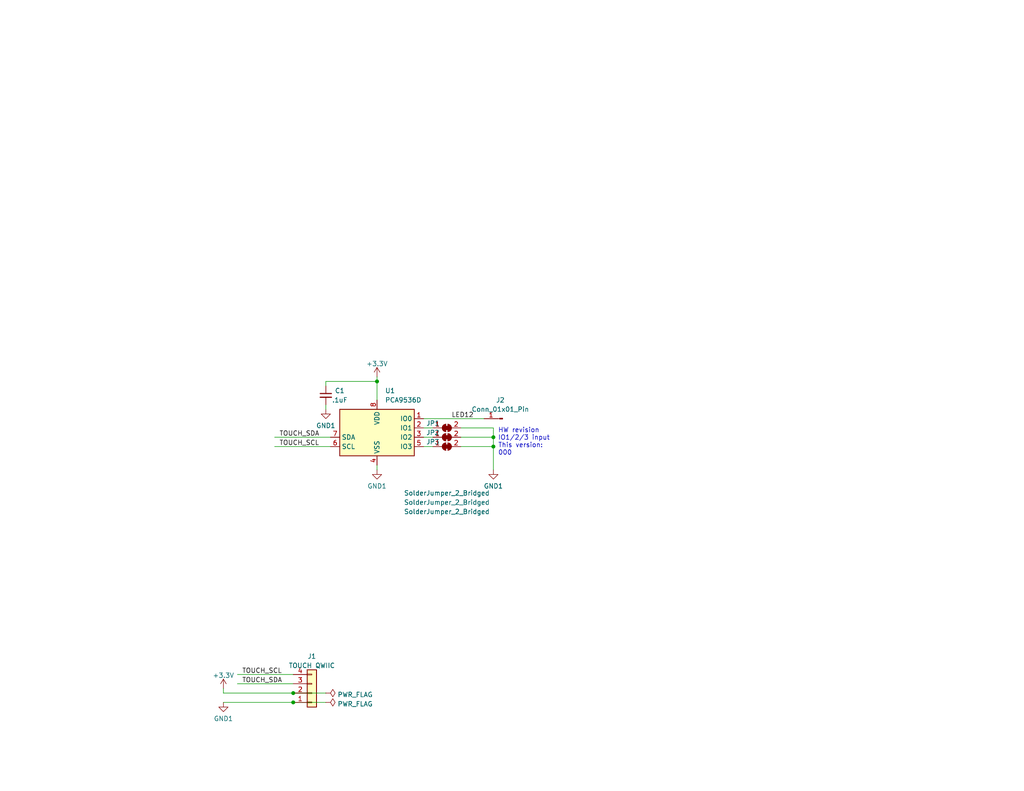
<source format=kicad_sch>
(kicad_sch (version 20230121) (generator eeschema)
  (paper "USLetter")
  (title_block (rev "1") (comment 1 "Design for OSHPark 4-Layer Service"))
  (lib_symbols
    (symbol "Connector:Conn_01x01_Pin" (pin_names (offset 1.016) hide)
      (property "Reference" "J" (at 0 2.54 0))
      (property "Value" "Conn_01x01_Pin" (at 0 -2.54 0))
      (symbol "Conn_01x01_Pin_1_1"
        (polyline (pts (xy 1.27 0) (xy 0.8636 0)) (stroke (width 0.1524)))
        (rectangle (start 0.8636 0.127) (end 0 -0.127) (stroke (width 0.1524)) (fill (type outline)))
        (pin passive line (at 5.08 0 180) (length 3.81) (name "Pin_1") (number "1"))
      )
    )
    (symbol "Connector_Generic:Conn_01x04" (pin_names (offset 1.016) hide)
      (property "Reference" "J" (at 0 5.08 0))
      (property "Value" "Conn_01x04" (at 0 -7.62 0))
      (symbol "Conn_01x04_1_1"
        (rectangle (start -1.27 -4.953) (end 0 -5.207) (stroke (width 0.1524)))
        (rectangle (start -1.27 -2.413) (end 0 -2.667) (stroke (width 0.1524)))
        (rectangle (start -1.27 0.127) (end 0 -0.127) (stroke (width 0.1524)))
        (rectangle (start -1.27 2.667) (end 0 2.413) (stroke (width 0.1524)))
        (rectangle (start -1.27 3.81) (end 1.27 -6.35) (stroke (width 0.254)) (fill (type background)))
        (pin passive line (at -5.08 2.54 0) (length 3.81) (name "Pin_1") (number "1"))
        (pin passive line (at -5.08 0 0) (length 3.81) (name "Pin_2") (number "2"))
        (pin passive line (at -5.08 -2.54 0) (length 3.81) (name "Pin_3") (number "3"))
        (pin passive line (at -5.08 -5.08 0) (length 3.81) (name "Pin_4") (number "4"))
      )
    )
    (symbol "Device:C_Small" (pin_numbers hide) (pin_names (offset 0.254) hide)
      (property "Reference" "C" (at 0.254 1.778 0))
      (property "Value" "C_Small" (at 0.254 -2.032 0))
      (symbol "C_Small_0_1"
        (polyline (pts (xy -1.524 -0.508) (xy 1.524 -0.508)) (stroke (width 0.3302)))
        (polyline (pts (xy -1.524 0.508) (xy 1.524 0.508)) (stroke (width 0.3048)))
      )
      (symbol "C_Small_1_1"
        (pin passive line (at 0 2.54 270) (length 2.032) (name "~") (number "1"))
        (pin passive line (at 0 -2.54 90) (length 2.032) (name "~") (number "2"))
      )
    )
    (symbol "Interface_Expansion:PCA9536D"
      (property "Reference" "U" (at -8.89 6.35 0))
      (property "Value" "PCA9536D" (at 6.35 6.35 0))
      (symbol "PCA9536D_0_1"
        (rectangle (start -10.16 5.08) (end 10.16 -7.62) (stroke (width 0.254)) (fill (type background)))
      )
      (symbol "PCA9536D_1_1"
        (pin bidirectional line (at 12.7 2.54 180) (length 2.54) (name "IO0") (number "1"))
        (pin bidirectional line (at 12.7 0 180) (length 2.54) (name "IO1") (number "2"))
        (pin bidirectional line (at 12.7 -2.54 180) (length 2.54) (name "IO2") (number "3"))
        (pin power_in line (at 0 -10.16 90) (length 2.54) (name "VSS") (number "4"))
        (pin bidirectional line (at 12.7 -5.08 180) (length 2.54) (name "IO3") (number "5"))
        (pin input line (at -12.7 -5.08 0) (length 2.54) (name "SCL") (number "6"))
        (pin bidirectional line (at -12.7 -2.54 0) (length 2.54) (name "SDA") (number "7"))
        (pin power_in line (at 0 7.62 270) (length 2.54) (name "VDD") (number "8"))
      )
    )
    (symbol "Jumper:SolderJumper_2_Bridged" (pin_names (offset 0) hide)
      (property "Reference" "JP" (at 0 2.032 0))
      (property "Value" "SolderJumper_2_Bridged" (at 0 -2.54 0))
      (symbol "SolderJumper_2_Bridged_0_1"
        (rectangle (start -0.508 0.508) (end 0.508 -0.508) (fill (type outline)))
        (arc (start -0.254 1.016) (mid -1.2656 0) (end -0.254 -1.016))
        (arc (start -0.254 1.016) (mid -1.2656 0) (end -0.254 -1.016) (fill (type outline)))
        (polyline (pts (xy -0.254 1.016) (xy -0.254 -1.016)))
        (polyline (pts (xy 0.254 1.016) (xy 0.254 -1.016)))
        (arc (start 0.254 -1.016) (mid 1.2656 0) (end 0.254 1.016))
        (arc (start 0.254 -1.016) (mid 1.2656 0) (end 0.254 1.016) (fill (type outline)))
      )
      (symbol "SolderJumper_2_Bridged_1_1"
        (pin passive line (at -3.81 0 0) (length 2.54) (name "A") (number "1"))
        (pin passive line (at 3.81 0 180) (length 2.54) (name "B") (number "2"))
      )
    )
    (symbol "power:+3.3V" (power) (pin_names (offset 0))
      (property "Value" "+3.3V" (at 0 3.556 0))
      (symbol "+3.3V_0_1"
        (polyline (pts (xy -0.762 1.27) (xy 0 2.54)))
        (polyline (pts (xy 0 0) (xy 0 2.54)))
        (polyline (pts (xy 0 2.54) (xy 0.762 1.27)))
      )
      (symbol "+3.3V_1_1"
        (pin power_in line (at 0 0 90) (length 0) hide (name "+3.3V") (number "1"))
      )
    )
    (symbol "power:GND1" (power) (pin_names (offset 0))
      (property "Value" "GND1" (at 0 -3.81 0))
      (symbol "GND1_0_1"
        (polyline (pts (xy 0 0) (xy 0 -1.27) (xy 1.27 -1.27) (xy 0 -2.54) (xy -1.27 -1.27) (xy 0 -1.27)))
      )
      (symbol "GND1_1_1"
        (pin power_in line (at 0 0 270) (length 0) hide (name "GND1") (number "1"))
      )
    )
    (symbol "power:PWR_FLAG" (power) (pin_numbers hide) (pin_names (offset 0) hide)
      (property "Value" "PWR_FLAG" (at 0 3.81 0))
      (symbol "PWR_FLAG_0_0"
        (pin power_out line (at 0 0 90) (length 0) (name "pwr") (number "1"))
      )
      (symbol "PWR_FLAG_0_1"
        (polyline (pts (xy 0 0) (xy 0 1.27) (xy -1.016 1.905) (xy 0 2.54) (xy 1.016 1.905) (xy 0 1.27)))
      )
    )
  )
  (junction (at 80.01 189.23))
  (junction (at 80.01 191.77))
  (junction (at 102.87 104.14))
  (junction (at 134.62 121.92))
  (junction (at 134.62 119.38))
  (wire (pts (xy 134.62 116.84) (xy 125.73 116.84)))
  (wire (pts (xy 115.57 119.38) (xy 118.11 119.38)))
  (wire (pts (xy 80.01 186.69) (xy 64.77 186.69)))
  (wire (pts (xy 60.96 189.23) (xy 80.01 189.23)))
  (wire (pts (xy 134.62 121.92) (xy 134.62 119.38)))
  (wire (pts (xy 88.9 110.49) (xy 88.9 111.76)))
  (wire (pts (xy 74.93 121.92) (xy 90.17 121.92)))
  (wire (pts (xy 134.62 119.38) (xy 134.62 116.84)))
  (wire (pts (xy 60.96 191.77) (xy 80.01 191.77)))
  (wire (pts (xy 90.17 119.38) (xy 74.93 119.38)))
  (wire (pts (xy 80.01 191.77) (xy 88.9 191.77)))
  (wire (pts (xy 80.01 189.23) (xy 88.9 189.23)))
  (wire (pts (xy 88.9 105.41) (xy 88.9 104.14)))
  (wire (pts (xy 102.87 104.14) (xy 102.87 109.22)))
  (wire (pts (xy 115.57 116.84) (xy 118.11 116.84)))
  (wire (pts (xy 115.57 114.3) (xy 132.08 114.3)))
  (wire (pts (xy 115.57 121.92) (xy 118.11 121.92)))
  (wire (pts (xy 102.87 128.27) (xy 102.87 127)))
  (wire (pts (xy 60.96 187.96) (xy 60.96 189.23)))
  (wire (pts (xy 88.9 104.14) (xy 102.87 104.14)))
  (wire (pts (xy 125.73 121.92) (xy 134.62 121.92)))
  (wire (pts (xy 102.87 102.87) (xy 102.87 104.14)))
  (wire (pts (xy 125.73 119.38) (xy 134.62 119.38)))
  (wire (pts (xy 64.77 184.15) (xy 80.01 184.15)))
  (wire (pts (xy 134.62 128.27) (xy 134.62 121.92)))
  (text "HW revision\nIO1/2/3 input\nThis version:\n000" (at 135.89 124.46 0) (effects (font (size 1.27 1.27)) (justify left bottom)))
  (label "TOUCH_SDA" (at 76.2 119.38 0))
  (label "TOUCH_SCL" (at 76.2 121.92 0))
  (label "TOUCH_SCL" (at 66.04 184.15 0))
  (label "LED12" (at 123.19 114.3 0))
  (label "TOUCH_SDA" (at 66.04 186.69 0))
  (symbol (lib_id "power:+3.3V") (at 102.87 102.87 0) (mirror y) (unit 1)
    (property "Reference" "#PWR04" (effects hide))
    (property "Value" "+3.3V" (at 102.87 99.314 0))
  )
  (symbol (lib_id "Jumper:SolderJumper_2_Bridged") (at 121.92 119.38 0) (unit 1)
    (property "Reference" "JP2" (at 118.11 118.11 0))
    (property "Value" "SolderJumper_2_Bridged" (at 121.92 137.16 0))
    (property "Footprint" "Jumper:SolderJumper-2_P1.3mm_Bridged_Pad1.0x1.5mm" (effects hide))
  )
  (symbol (lib_id "Device:C_Small") (at 88.9 107.95 0) (unit 1)
    (property "Reference" "C1" (at 92.71 106.68 0))
    (property "Value" ".1uF" (at 92.71 109.22 0))
    (property "Footprint" "Capacitor_SMD:C_0805_2012Metric_Pad1.18x1.45mm_HandSolder" (effects hide))
    (property "LCSC" "C138340" (effects hide))
  )
  (symbol (lib_id "Connector_Generic:Conn_01x04") (at 85.09 189.23 0) (mirror x) (unit 1)
    (property "Reference" "J1" (at 85.09 179.1802 0))
    (property "Value" "TOUCH QWIIC" (at 85.09 181.7171 0))
    (property "Footprint" "Transflective:JST-SH-4-VERT-SMD" (effects hide))
    (property "Datasheet" "https://www.jst-mfg.com/product/pdf/eng/eSH.pdf" (effects hide))
    (property "LCSC" "C160390" (effects hide))
  )
  (symbol (lib_id "Jumper:SolderJumper_2_Bridged") (at 121.92 116.84 0) (unit 1)
    (property "Reference" "JP1" (at 118.11 115.57 0))
    (property "Value" "SolderJumper_2_Bridged" (at 121.92 134.62 0))
    (property "Footprint" "Jumper:SolderJumper-2_P1.3mm_Bridged_Pad1.0x1.5mm" (effects hide))
  )
  (symbol (lib_id "Jumper:SolderJumper_2_Bridged") (at 121.92 121.92 0) (unit 1)
    (property "Reference" "JP3" (at 118.11 120.65 0))
    (property "Value" "SolderJumper_2_Bridged" (at 121.92 139.7 0))
    (property "Footprint" "Jumper:SolderJumper-2_P1.3mm_Bridged_Pad1.0x1.5mm" (effects hide))
  )
  (symbol (lib_id "power:GND1") (at 60.96 191.77 0) (unit 1)
    (property "Reference" "#PWR02" (effects hide))
    (property "Value" "GND1" (at 60.96 196.2134 0))
  )
  (symbol (lib_id "power:PWR_FLAG") (at 88.9 191.77 270) (unit 1)
    (property "Reference" "#FLG02" (effects hide))
    (property "Value" "PWR_FLAG" (at 92.075 192.2038 90) (effects (justify left)))
  )
  (symbol (lib_id "power:+3.3V") (at 60.96 187.96 0) (mirror y) (unit 1)
    (property "Reference" "#PWR01" (effects hide))
    (property "Value" "+3.3V" (at 60.96 184.404 0))
  )
  (symbol (lib_id "power:GND1") (at 102.87 128.27 0) (unit 1)
    (property "Reference" "#PWR05" (effects hide))
    (property "Value" "GND1" (at 102.87 132.7134 0))
  )
  (symbol (lib_id "Connector:Conn_01x01_Pin") (at 137.16 114.3 180) (unit 1)
    (property "Reference" "J2" (at 136.525 109.22 0))
    (property "Value" "Conn_01x01_Pin" (at 136.525 111.76 0))
    (property "Footprint" "Connector_PinHeader_2.54mm:PinHeader_1x01_P2.54mm_Vertical" (effects hide))
  )
  (symbol (lib_id "power:GND1") (at 88.9 111.76 0) (unit 1)
    (property "Reference" "#PWR03" (effects hide))
    (property "Value" "GND1" (at 88.9 116.2034 0))
  )
  (symbol (lib_id "power:GND1") (at 134.62 128.27 0) (unit 1)
    (property "Reference" "#PWR06" (effects hide))
    (property "Value" "GND1" (at 134.62 132.7134 0))
  )
  (symbol (lib_id "Interface_Expansion:PCA9536D") (at 102.87 116.84 0) (unit 1)
    (property "Reference" "U1" (at 105.0641 106.68 0) (effects (justify left)))
    (property "Value" "PCA9536D" (at 105.0641 109.22 0) (effects (justify left)))
    (property "Footprint" "Package_SO:SOIC-8_3.9x4.9mm_P1.27mm" (effects hide))
    (property "Datasheet" "http://www.nxp.com/docs/en/data-sheet/PCA9536.pdf" (effects hide))
    (property "LCSC" "C2688883" (effects hide))
  )
  (symbol (lib_id "power:PWR_FLAG") (at 88.9 189.23 270) (unit 1)
    (property "Reference" "#FLG01" (effects hide))
    (property "Value" "PWR_FLAG" (at 92.075 189.6638 90) (effects (justify left)))
  )
)
</source>
